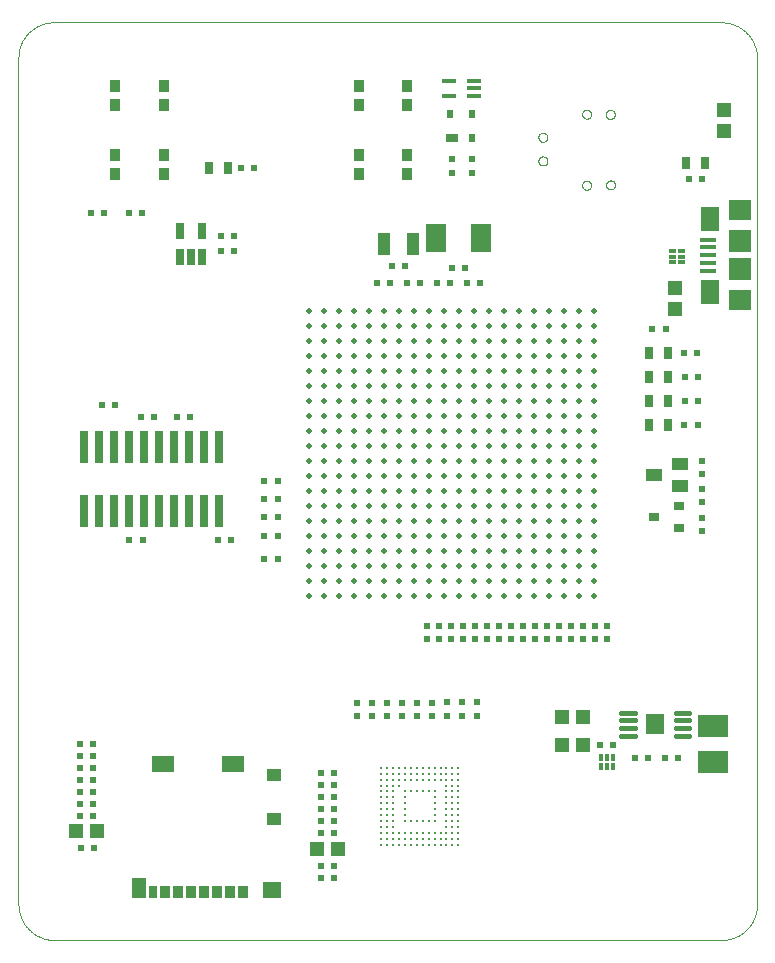
<source format=gtp>
G75*
%MOIN*%
%OFA0B0*%
%FSLAX25Y25*%
%IPPOS*%
%LPD*%
%AMOC8*
5,1,8,0,0,1.08239X$1,22.5*
%
%ADD10C,0.00000*%
%ADD11C,0.01969*%
%ADD12R,0.07480X0.07087*%
%ADD13R,0.07480X0.07480*%
%ADD14R,0.06299X0.08268*%
%ADD15R,0.05315X0.01575*%
%ADD16R,0.05000X0.04500*%
%ADD17R,0.02400X0.02000*%
%ADD18R,0.03543X0.03937*%
%ADD19R,0.03100X0.04000*%
%ADD20R,0.03543X0.03150*%
%ADD21R,0.05512X0.03937*%
%ADD22R,0.02000X0.02400*%
%ADD23R,0.04600X0.01400*%
%ADD24R,0.02362X0.02756*%
%ADD25R,0.03937X0.02756*%
%ADD26R,0.04331X0.07480*%
%ADD27R,0.07040X0.09500*%
%ADD28R,0.02800X0.11000*%
%ADD29C,0.01600*%
%ADD30R,0.06496X0.06693*%
%ADD31C,0.00100*%
%ADD32R,0.04500X0.05000*%
%ADD33R,0.09843X0.07677*%
%ADD34R,0.02953X0.04331*%
%ADD35R,0.03346X0.04331*%
%ADD36R,0.03445X0.04331*%
%ADD37R,0.04724X0.03937*%
%ADD38R,0.07480X0.05315*%
%ADD39R,0.04606X0.07087*%
%ADD40R,0.06102X0.05315*%
%ADD41C,0.00965*%
%ADD42R,0.02756X0.05512*%
D10*
X0082495Y0063233D02*
X0082495Y0345433D01*
X0082498Y0345716D01*
X0082509Y0345998D01*
X0082526Y0346280D01*
X0082550Y0346562D01*
X0082580Y0346843D01*
X0082618Y0347124D01*
X0082662Y0347403D01*
X0082713Y0347681D01*
X0082771Y0347958D01*
X0082835Y0348233D01*
X0082906Y0348507D01*
X0082984Y0348779D01*
X0083068Y0349048D01*
X0083158Y0349316D01*
X0083255Y0349582D01*
X0083359Y0349845D01*
X0083469Y0350106D01*
X0083585Y0350363D01*
X0083707Y0350618D01*
X0083835Y0350870D01*
X0083970Y0351119D01*
X0084110Y0351364D01*
X0084256Y0351606D01*
X0084408Y0351845D01*
X0084566Y0352079D01*
X0084730Y0352310D01*
X0084898Y0352537D01*
X0085073Y0352759D01*
X0085253Y0352978D01*
X0085437Y0353192D01*
X0085627Y0353401D01*
X0085822Y0353606D01*
X0086022Y0353806D01*
X0086227Y0354001D01*
X0086436Y0354191D01*
X0086650Y0354375D01*
X0086869Y0354555D01*
X0087091Y0354730D01*
X0087318Y0354898D01*
X0087549Y0355062D01*
X0087783Y0355220D01*
X0088022Y0355372D01*
X0088264Y0355518D01*
X0088509Y0355658D01*
X0088758Y0355793D01*
X0089010Y0355921D01*
X0089265Y0356043D01*
X0089522Y0356159D01*
X0089783Y0356269D01*
X0090046Y0356373D01*
X0090312Y0356470D01*
X0090580Y0356560D01*
X0090849Y0356644D01*
X0091121Y0356722D01*
X0091395Y0356793D01*
X0091670Y0356857D01*
X0091947Y0356915D01*
X0092225Y0356966D01*
X0092504Y0357010D01*
X0092785Y0357048D01*
X0093066Y0357078D01*
X0093348Y0357102D01*
X0093630Y0357119D01*
X0093912Y0357130D01*
X0094195Y0357133D01*
X0316695Y0357133D01*
X0316985Y0357129D01*
X0317275Y0357119D01*
X0317564Y0357101D01*
X0317853Y0357077D01*
X0318141Y0357046D01*
X0318429Y0357007D01*
X0318715Y0356962D01*
X0319001Y0356909D01*
X0319284Y0356850D01*
X0319567Y0356784D01*
X0319847Y0356712D01*
X0320126Y0356632D01*
X0320403Y0356546D01*
X0320678Y0356453D01*
X0320950Y0356353D01*
X0321220Y0356247D01*
X0321487Y0356135D01*
X0321752Y0356015D01*
X0322013Y0355890D01*
X0322272Y0355758D01*
X0322527Y0355621D01*
X0322779Y0355477D01*
X0323027Y0355327D01*
X0323271Y0355171D01*
X0323512Y0355009D01*
X0323748Y0354841D01*
X0323981Y0354668D01*
X0324209Y0354489D01*
X0324433Y0354305D01*
X0324652Y0354115D01*
X0324867Y0353920D01*
X0325077Y0353720D01*
X0325282Y0353515D01*
X0325482Y0353305D01*
X0325677Y0353090D01*
X0325867Y0352871D01*
X0326051Y0352647D01*
X0326230Y0352419D01*
X0326403Y0352186D01*
X0326571Y0351950D01*
X0326733Y0351709D01*
X0326889Y0351465D01*
X0327039Y0351217D01*
X0327183Y0350965D01*
X0327320Y0350710D01*
X0327452Y0350451D01*
X0327577Y0350190D01*
X0327697Y0349925D01*
X0327809Y0349658D01*
X0327915Y0349388D01*
X0328015Y0349116D01*
X0328108Y0348841D01*
X0328194Y0348564D01*
X0328274Y0348285D01*
X0328346Y0348005D01*
X0328412Y0347722D01*
X0328471Y0347439D01*
X0328524Y0347153D01*
X0328569Y0346867D01*
X0328608Y0346579D01*
X0328639Y0346291D01*
X0328663Y0346002D01*
X0328681Y0345713D01*
X0328691Y0345423D01*
X0328695Y0345133D01*
X0328695Y0063233D01*
X0328691Y0062943D01*
X0328681Y0062653D01*
X0328663Y0062364D01*
X0328639Y0062075D01*
X0328608Y0061787D01*
X0328569Y0061499D01*
X0328524Y0061213D01*
X0328471Y0060927D01*
X0328412Y0060644D01*
X0328346Y0060361D01*
X0328274Y0060081D01*
X0328194Y0059802D01*
X0328108Y0059525D01*
X0328015Y0059250D01*
X0327915Y0058978D01*
X0327809Y0058708D01*
X0327697Y0058441D01*
X0327577Y0058176D01*
X0327452Y0057915D01*
X0327320Y0057656D01*
X0327183Y0057401D01*
X0327039Y0057149D01*
X0326889Y0056901D01*
X0326733Y0056657D01*
X0326571Y0056416D01*
X0326403Y0056180D01*
X0326230Y0055947D01*
X0326051Y0055719D01*
X0325867Y0055495D01*
X0325677Y0055276D01*
X0325482Y0055061D01*
X0325282Y0054851D01*
X0325077Y0054646D01*
X0324867Y0054446D01*
X0324652Y0054251D01*
X0324433Y0054061D01*
X0324209Y0053877D01*
X0323981Y0053698D01*
X0323748Y0053525D01*
X0323512Y0053357D01*
X0323271Y0053195D01*
X0323027Y0053039D01*
X0322779Y0052889D01*
X0322527Y0052745D01*
X0322272Y0052608D01*
X0322013Y0052476D01*
X0321752Y0052351D01*
X0321487Y0052231D01*
X0321220Y0052119D01*
X0320950Y0052013D01*
X0320678Y0051913D01*
X0320403Y0051820D01*
X0320126Y0051734D01*
X0319847Y0051654D01*
X0319567Y0051582D01*
X0319284Y0051516D01*
X0319001Y0051457D01*
X0318715Y0051404D01*
X0318429Y0051359D01*
X0318141Y0051320D01*
X0317853Y0051289D01*
X0317564Y0051265D01*
X0317275Y0051247D01*
X0316985Y0051237D01*
X0316695Y0051233D01*
X0094495Y0051233D01*
X0094205Y0051237D01*
X0093915Y0051247D01*
X0093626Y0051265D01*
X0093337Y0051289D01*
X0093049Y0051320D01*
X0092761Y0051359D01*
X0092475Y0051404D01*
X0092189Y0051457D01*
X0091906Y0051516D01*
X0091623Y0051582D01*
X0091343Y0051654D01*
X0091064Y0051734D01*
X0090787Y0051820D01*
X0090512Y0051913D01*
X0090240Y0052013D01*
X0089970Y0052119D01*
X0089703Y0052231D01*
X0089438Y0052351D01*
X0089177Y0052476D01*
X0088918Y0052608D01*
X0088663Y0052745D01*
X0088411Y0052889D01*
X0088163Y0053039D01*
X0087919Y0053195D01*
X0087678Y0053357D01*
X0087442Y0053525D01*
X0087209Y0053698D01*
X0086981Y0053877D01*
X0086757Y0054061D01*
X0086538Y0054251D01*
X0086323Y0054446D01*
X0086113Y0054646D01*
X0085908Y0054851D01*
X0085708Y0055061D01*
X0085513Y0055276D01*
X0085323Y0055495D01*
X0085139Y0055719D01*
X0084960Y0055947D01*
X0084787Y0056180D01*
X0084619Y0056416D01*
X0084457Y0056657D01*
X0084301Y0056901D01*
X0084151Y0057149D01*
X0084007Y0057401D01*
X0083870Y0057656D01*
X0083738Y0057915D01*
X0083613Y0058176D01*
X0083493Y0058441D01*
X0083381Y0058708D01*
X0083275Y0058978D01*
X0083175Y0059250D01*
X0083082Y0059525D01*
X0082996Y0059802D01*
X0082916Y0060081D01*
X0082844Y0060361D01*
X0082778Y0060644D01*
X0082719Y0060927D01*
X0082666Y0061213D01*
X0082621Y0061499D01*
X0082582Y0061787D01*
X0082551Y0062075D01*
X0082527Y0062364D01*
X0082509Y0062653D01*
X0082499Y0062943D01*
X0082495Y0063233D01*
X0270395Y0302833D02*
X0270397Y0302910D01*
X0270403Y0302987D01*
X0270413Y0303064D01*
X0270427Y0303140D01*
X0270444Y0303215D01*
X0270466Y0303289D01*
X0270491Y0303362D01*
X0270521Y0303434D01*
X0270553Y0303504D01*
X0270590Y0303572D01*
X0270629Y0303638D01*
X0270672Y0303702D01*
X0270719Y0303764D01*
X0270768Y0303823D01*
X0270821Y0303880D01*
X0270876Y0303934D01*
X0270934Y0303985D01*
X0270995Y0304033D01*
X0271058Y0304078D01*
X0271123Y0304119D01*
X0271190Y0304157D01*
X0271259Y0304192D01*
X0271330Y0304222D01*
X0271402Y0304250D01*
X0271476Y0304273D01*
X0271550Y0304293D01*
X0271626Y0304309D01*
X0271702Y0304321D01*
X0271779Y0304329D01*
X0271856Y0304333D01*
X0271934Y0304333D01*
X0272011Y0304329D01*
X0272088Y0304321D01*
X0272164Y0304309D01*
X0272240Y0304293D01*
X0272314Y0304273D01*
X0272388Y0304250D01*
X0272460Y0304222D01*
X0272531Y0304192D01*
X0272600Y0304157D01*
X0272667Y0304119D01*
X0272732Y0304078D01*
X0272795Y0304033D01*
X0272856Y0303985D01*
X0272914Y0303934D01*
X0272969Y0303880D01*
X0273022Y0303823D01*
X0273071Y0303764D01*
X0273118Y0303702D01*
X0273161Y0303638D01*
X0273200Y0303572D01*
X0273237Y0303504D01*
X0273269Y0303434D01*
X0273299Y0303362D01*
X0273324Y0303289D01*
X0273346Y0303215D01*
X0273363Y0303140D01*
X0273377Y0303064D01*
X0273387Y0302987D01*
X0273393Y0302910D01*
X0273395Y0302833D01*
X0273393Y0302756D01*
X0273387Y0302679D01*
X0273377Y0302602D01*
X0273363Y0302526D01*
X0273346Y0302451D01*
X0273324Y0302377D01*
X0273299Y0302304D01*
X0273269Y0302232D01*
X0273237Y0302162D01*
X0273200Y0302094D01*
X0273161Y0302028D01*
X0273118Y0301964D01*
X0273071Y0301902D01*
X0273022Y0301843D01*
X0272969Y0301786D01*
X0272914Y0301732D01*
X0272856Y0301681D01*
X0272795Y0301633D01*
X0272732Y0301588D01*
X0272667Y0301547D01*
X0272600Y0301509D01*
X0272531Y0301474D01*
X0272460Y0301444D01*
X0272388Y0301416D01*
X0272314Y0301393D01*
X0272240Y0301373D01*
X0272164Y0301357D01*
X0272088Y0301345D01*
X0272011Y0301337D01*
X0271934Y0301333D01*
X0271856Y0301333D01*
X0271779Y0301337D01*
X0271702Y0301345D01*
X0271626Y0301357D01*
X0271550Y0301373D01*
X0271476Y0301393D01*
X0271402Y0301416D01*
X0271330Y0301444D01*
X0271259Y0301474D01*
X0271190Y0301509D01*
X0271123Y0301547D01*
X0271058Y0301588D01*
X0270995Y0301633D01*
X0270934Y0301681D01*
X0270876Y0301732D01*
X0270821Y0301786D01*
X0270768Y0301843D01*
X0270719Y0301902D01*
X0270672Y0301964D01*
X0270629Y0302028D01*
X0270590Y0302094D01*
X0270553Y0302162D01*
X0270521Y0302232D01*
X0270491Y0302304D01*
X0270466Y0302377D01*
X0270444Y0302451D01*
X0270427Y0302526D01*
X0270413Y0302602D01*
X0270403Y0302679D01*
X0270397Y0302756D01*
X0270395Y0302833D01*
X0278395Y0302933D02*
X0278397Y0303010D01*
X0278403Y0303087D01*
X0278413Y0303164D01*
X0278427Y0303240D01*
X0278444Y0303315D01*
X0278466Y0303389D01*
X0278491Y0303462D01*
X0278521Y0303534D01*
X0278553Y0303604D01*
X0278590Y0303672D01*
X0278629Y0303738D01*
X0278672Y0303802D01*
X0278719Y0303864D01*
X0278768Y0303923D01*
X0278821Y0303980D01*
X0278876Y0304034D01*
X0278934Y0304085D01*
X0278995Y0304133D01*
X0279058Y0304178D01*
X0279123Y0304219D01*
X0279190Y0304257D01*
X0279259Y0304292D01*
X0279330Y0304322D01*
X0279402Y0304350D01*
X0279476Y0304373D01*
X0279550Y0304393D01*
X0279626Y0304409D01*
X0279702Y0304421D01*
X0279779Y0304429D01*
X0279856Y0304433D01*
X0279934Y0304433D01*
X0280011Y0304429D01*
X0280088Y0304421D01*
X0280164Y0304409D01*
X0280240Y0304393D01*
X0280314Y0304373D01*
X0280388Y0304350D01*
X0280460Y0304322D01*
X0280531Y0304292D01*
X0280600Y0304257D01*
X0280667Y0304219D01*
X0280732Y0304178D01*
X0280795Y0304133D01*
X0280856Y0304085D01*
X0280914Y0304034D01*
X0280969Y0303980D01*
X0281022Y0303923D01*
X0281071Y0303864D01*
X0281118Y0303802D01*
X0281161Y0303738D01*
X0281200Y0303672D01*
X0281237Y0303604D01*
X0281269Y0303534D01*
X0281299Y0303462D01*
X0281324Y0303389D01*
X0281346Y0303315D01*
X0281363Y0303240D01*
X0281377Y0303164D01*
X0281387Y0303087D01*
X0281393Y0303010D01*
X0281395Y0302933D01*
X0281393Y0302856D01*
X0281387Y0302779D01*
X0281377Y0302702D01*
X0281363Y0302626D01*
X0281346Y0302551D01*
X0281324Y0302477D01*
X0281299Y0302404D01*
X0281269Y0302332D01*
X0281237Y0302262D01*
X0281200Y0302194D01*
X0281161Y0302128D01*
X0281118Y0302064D01*
X0281071Y0302002D01*
X0281022Y0301943D01*
X0280969Y0301886D01*
X0280914Y0301832D01*
X0280856Y0301781D01*
X0280795Y0301733D01*
X0280732Y0301688D01*
X0280667Y0301647D01*
X0280600Y0301609D01*
X0280531Y0301574D01*
X0280460Y0301544D01*
X0280388Y0301516D01*
X0280314Y0301493D01*
X0280240Y0301473D01*
X0280164Y0301457D01*
X0280088Y0301445D01*
X0280011Y0301437D01*
X0279934Y0301433D01*
X0279856Y0301433D01*
X0279779Y0301437D01*
X0279702Y0301445D01*
X0279626Y0301457D01*
X0279550Y0301473D01*
X0279476Y0301493D01*
X0279402Y0301516D01*
X0279330Y0301544D01*
X0279259Y0301574D01*
X0279190Y0301609D01*
X0279123Y0301647D01*
X0279058Y0301688D01*
X0278995Y0301733D01*
X0278934Y0301781D01*
X0278876Y0301832D01*
X0278821Y0301886D01*
X0278768Y0301943D01*
X0278719Y0302002D01*
X0278672Y0302064D01*
X0278629Y0302128D01*
X0278590Y0302194D01*
X0278553Y0302262D01*
X0278521Y0302332D01*
X0278491Y0302404D01*
X0278466Y0302477D01*
X0278444Y0302551D01*
X0278427Y0302626D01*
X0278413Y0302702D01*
X0278403Y0302779D01*
X0278397Y0302856D01*
X0278395Y0302933D01*
X0255795Y0310933D02*
X0255797Y0311010D01*
X0255803Y0311087D01*
X0255813Y0311164D01*
X0255827Y0311240D01*
X0255844Y0311315D01*
X0255866Y0311389D01*
X0255891Y0311462D01*
X0255921Y0311534D01*
X0255953Y0311604D01*
X0255990Y0311672D01*
X0256029Y0311738D01*
X0256072Y0311802D01*
X0256119Y0311864D01*
X0256168Y0311923D01*
X0256221Y0311980D01*
X0256276Y0312034D01*
X0256334Y0312085D01*
X0256395Y0312133D01*
X0256458Y0312178D01*
X0256523Y0312219D01*
X0256590Y0312257D01*
X0256659Y0312292D01*
X0256730Y0312322D01*
X0256802Y0312350D01*
X0256876Y0312373D01*
X0256950Y0312393D01*
X0257026Y0312409D01*
X0257102Y0312421D01*
X0257179Y0312429D01*
X0257256Y0312433D01*
X0257334Y0312433D01*
X0257411Y0312429D01*
X0257488Y0312421D01*
X0257564Y0312409D01*
X0257640Y0312393D01*
X0257714Y0312373D01*
X0257788Y0312350D01*
X0257860Y0312322D01*
X0257931Y0312292D01*
X0258000Y0312257D01*
X0258067Y0312219D01*
X0258132Y0312178D01*
X0258195Y0312133D01*
X0258256Y0312085D01*
X0258314Y0312034D01*
X0258369Y0311980D01*
X0258422Y0311923D01*
X0258471Y0311864D01*
X0258518Y0311802D01*
X0258561Y0311738D01*
X0258600Y0311672D01*
X0258637Y0311604D01*
X0258669Y0311534D01*
X0258699Y0311462D01*
X0258724Y0311389D01*
X0258746Y0311315D01*
X0258763Y0311240D01*
X0258777Y0311164D01*
X0258787Y0311087D01*
X0258793Y0311010D01*
X0258795Y0310933D01*
X0258793Y0310856D01*
X0258787Y0310779D01*
X0258777Y0310702D01*
X0258763Y0310626D01*
X0258746Y0310551D01*
X0258724Y0310477D01*
X0258699Y0310404D01*
X0258669Y0310332D01*
X0258637Y0310262D01*
X0258600Y0310194D01*
X0258561Y0310128D01*
X0258518Y0310064D01*
X0258471Y0310002D01*
X0258422Y0309943D01*
X0258369Y0309886D01*
X0258314Y0309832D01*
X0258256Y0309781D01*
X0258195Y0309733D01*
X0258132Y0309688D01*
X0258067Y0309647D01*
X0258000Y0309609D01*
X0257931Y0309574D01*
X0257860Y0309544D01*
X0257788Y0309516D01*
X0257714Y0309493D01*
X0257640Y0309473D01*
X0257564Y0309457D01*
X0257488Y0309445D01*
X0257411Y0309437D01*
X0257334Y0309433D01*
X0257256Y0309433D01*
X0257179Y0309437D01*
X0257102Y0309445D01*
X0257026Y0309457D01*
X0256950Y0309473D01*
X0256876Y0309493D01*
X0256802Y0309516D01*
X0256730Y0309544D01*
X0256659Y0309574D01*
X0256590Y0309609D01*
X0256523Y0309647D01*
X0256458Y0309688D01*
X0256395Y0309733D01*
X0256334Y0309781D01*
X0256276Y0309832D01*
X0256221Y0309886D01*
X0256168Y0309943D01*
X0256119Y0310002D01*
X0256072Y0310064D01*
X0256029Y0310128D01*
X0255990Y0310194D01*
X0255953Y0310262D01*
X0255921Y0310332D01*
X0255891Y0310404D01*
X0255866Y0310477D01*
X0255844Y0310551D01*
X0255827Y0310626D01*
X0255813Y0310702D01*
X0255803Y0310779D01*
X0255797Y0310856D01*
X0255795Y0310933D01*
X0255795Y0318833D02*
X0255797Y0318910D01*
X0255803Y0318987D01*
X0255813Y0319064D01*
X0255827Y0319140D01*
X0255844Y0319215D01*
X0255866Y0319289D01*
X0255891Y0319362D01*
X0255921Y0319434D01*
X0255953Y0319504D01*
X0255990Y0319572D01*
X0256029Y0319638D01*
X0256072Y0319702D01*
X0256119Y0319764D01*
X0256168Y0319823D01*
X0256221Y0319880D01*
X0256276Y0319934D01*
X0256334Y0319985D01*
X0256395Y0320033D01*
X0256458Y0320078D01*
X0256523Y0320119D01*
X0256590Y0320157D01*
X0256659Y0320192D01*
X0256730Y0320222D01*
X0256802Y0320250D01*
X0256876Y0320273D01*
X0256950Y0320293D01*
X0257026Y0320309D01*
X0257102Y0320321D01*
X0257179Y0320329D01*
X0257256Y0320333D01*
X0257334Y0320333D01*
X0257411Y0320329D01*
X0257488Y0320321D01*
X0257564Y0320309D01*
X0257640Y0320293D01*
X0257714Y0320273D01*
X0257788Y0320250D01*
X0257860Y0320222D01*
X0257931Y0320192D01*
X0258000Y0320157D01*
X0258067Y0320119D01*
X0258132Y0320078D01*
X0258195Y0320033D01*
X0258256Y0319985D01*
X0258314Y0319934D01*
X0258369Y0319880D01*
X0258422Y0319823D01*
X0258471Y0319764D01*
X0258518Y0319702D01*
X0258561Y0319638D01*
X0258600Y0319572D01*
X0258637Y0319504D01*
X0258669Y0319434D01*
X0258699Y0319362D01*
X0258724Y0319289D01*
X0258746Y0319215D01*
X0258763Y0319140D01*
X0258777Y0319064D01*
X0258787Y0318987D01*
X0258793Y0318910D01*
X0258795Y0318833D01*
X0258793Y0318756D01*
X0258787Y0318679D01*
X0258777Y0318602D01*
X0258763Y0318526D01*
X0258746Y0318451D01*
X0258724Y0318377D01*
X0258699Y0318304D01*
X0258669Y0318232D01*
X0258637Y0318162D01*
X0258600Y0318094D01*
X0258561Y0318028D01*
X0258518Y0317964D01*
X0258471Y0317902D01*
X0258422Y0317843D01*
X0258369Y0317786D01*
X0258314Y0317732D01*
X0258256Y0317681D01*
X0258195Y0317633D01*
X0258132Y0317588D01*
X0258067Y0317547D01*
X0258000Y0317509D01*
X0257931Y0317474D01*
X0257860Y0317444D01*
X0257788Y0317416D01*
X0257714Y0317393D01*
X0257640Y0317373D01*
X0257564Y0317357D01*
X0257488Y0317345D01*
X0257411Y0317337D01*
X0257334Y0317333D01*
X0257256Y0317333D01*
X0257179Y0317337D01*
X0257102Y0317345D01*
X0257026Y0317357D01*
X0256950Y0317373D01*
X0256876Y0317393D01*
X0256802Y0317416D01*
X0256730Y0317444D01*
X0256659Y0317474D01*
X0256590Y0317509D01*
X0256523Y0317547D01*
X0256458Y0317588D01*
X0256395Y0317633D01*
X0256334Y0317681D01*
X0256276Y0317732D01*
X0256221Y0317786D01*
X0256168Y0317843D01*
X0256119Y0317902D01*
X0256072Y0317964D01*
X0256029Y0318028D01*
X0255990Y0318094D01*
X0255953Y0318162D01*
X0255921Y0318232D01*
X0255891Y0318304D01*
X0255866Y0318377D01*
X0255844Y0318451D01*
X0255827Y0318526D01*
X0255813Y0318602D01*
X0255803Y0318679D01*
X0255797Y0318756D01*
X0255795Y0318833D01*
X0270395Y0326533D02*
X0270397Y0326610D01*
X0270403Y0326687D01*
X0270413Y0326764D01*
X0270427Y0326840D01*
X0270444Y0326915D01*
X0270466Y0326989D01*
X0270491Y0327062D01*
X0270521Y0327134D01*
X0270553Y0327204D01*
X0270590Y0327272D01*
X0270629Y0327338D01*
X0270672Y0327402D01*
X0270719Y0327464D01*
X0270768Y0327523D01*
X0270821Y0327580D01*
X0270876Y0327634D01*
X0270934Y0327685D01*
X0270995Y0327733D01*
X0271058Y0327778D01*
X0271123Y0327819D01*
X0271190Y0327857D01*
X0271259Y0327892D01*
X0271330Y0327922D01*
X0271402Y0327950D01*
X0271476Y0327973D01*
X0271550Y0327993D01*
X0271626Y0328009D01*
X0271702Y0328021D01*
X0271779Y0328029D01*
X0271856Y0328033D01*
X0271934Y0328033D01*
X0272011Y0328029D01*
X0272088Y0328021D01*
X0272164Y0328009D01*
X0272240Y0327993D01*
X0272314Y0327973D01*
X0272388Y0327950D01*
X0272460Y0327922D01*
X0272531Y0327892D01*
X0272600Y0327857D01*
X0272667Y0327819D01*
X0272732Y0327778D01*
X0272795Y0327733D01*
X0272856Y0327685D01*
X0272914Y0327634D01*
X0272969Y0327580D01*
X0273022Y0327523D01*
X0273071Y0327464D01*
X0273118Y0327402D01*
X0273161Y0327338D01*
X0273200Y0327272D01*
X0273237Y0327204D01*
X0273269Y0327134D01*
X0273299Y0327062D01*
X0273324Y0326989D01*
X0273346Y0326915D01*
X0273363Y0326840D01*
X0273377Y0326764D01*
X0273387Y0326687D01*
X0273393Y0326610D01*
X0273395Y0326533D01*
X0273393Y0326456D01*
X0273387Y0326379D01*
X0273377Y0326302D01*
X0273363Y0326226D01*
X0273346Y0326151D01*
X0273324Y0326077D01*
X0273299Y0326004D01*
X0273269Y0325932D01*
X0273237Y0325862D01*
X0273200Y0325794D01*
X0273161Y0325728D01*
X0273118Y0325664D01*
X0273071Y0325602D01*
X0273022Y0325543D01*
X0272969Y0325486D01*
X0272914Y0325432D01*
X0272856Y0325381D01*
X0272795Y0325333D01*
X0272732Y0325288D01*
X0272667Y0325247D01*
X0272600Y0325209D01*
X0272531Y0325174D01*
X0272460Y0325144D01*
X0272388Y0325116D01*
X0272314Y0325093D01*
X0272240Y0325073D01*
X0272164Y0325057D01*
X0272088Y0325045D01*
X0272011Y0325037D01*
X0271934Y0325033D01*
X0271856Y0325033D01*
X0271779Y0325037D01*
X0271702Y0325045D01*
X0271626Y0325057D01*
X0271550Y0325073D01*
X0271476Y0325093D01*
X0271402Y0325116D01*
X0271330Y0325144D01*
X0271259Y0325174D01*
X0271190Y0325209D01*
X0271123Y0325247D01*
X0271058Y0325288D01*
X0270995Y0325333D01*
X0270934Y0325381D01*
X0270876Y0325432D01*
X0270821Y0325486D01*
X0270768Y0325543D01*
X0270719Y0325602D01*
X0270672Y0325664D01*
X0270629Y0325728D01*
X0270590Y0325794D01*
X0270553Y0325862D01*
X0270521Y0325932D01*
X0270491Y0326004D01*
X0270466Y0326077D01*
X0270444Y0326151D01*
X0270427Y0326226D01*
X0270413Y0326302D01*
X0270403Y0326379D01*
X0270397Y0326456D01*
X0270395Y0326533D01*
X0278295Y0326433D02*
X0278297Y0326510D01*
X0278303Y0326587D01*
X0278313Y0326664D01*
X0278327Y0326740D01*
X0278344Y0326815D01*
X0278366Y0326889D01*
X0278391Y0326962D01*
X0278421Y0327034D01*
X0278453Y0327104D01*
X0278490Y0327172D01*
X0278529Y0327238D01*
X0278572Y0327302D01*
X0278619Y0327364D01*
X0278668Y0327423D01*
X0278721Y0327480D01*
X0278776Y0327534D01*
X0278834Y0327585D01*
X0278895Y0327633D01*
X0278958Y0327678D01*
X0279023Y0327719D01*
X0279090Y0327757D01*
X0279159Y0327792D01*
X0279230Y0327822D01*
X0279302Y0327850D01*
X0279376Y0327873D01*
X0279450Y0327893D01*
X0279526Y0327909D01*
X0279602Y0327921D01*
X0279679Y0327929D01*
X0279756Y0327933D01*
X0279834Y0327933D01*
X0279911Y0327929D01*
X0279988Y0327921D01*
X0280064Y0327909D01*
X0280140Y0327893D01*
X0280214Y0327873D01*
X0280288Y0327850D01*
X0280360Y0327822D01*
X0280431Y0327792D01*
X0280500Y0327757D01*
X0280567Y0327719D01*
X0280632Y0327678D01*
X0280695Y0327633D01*
X0280756Y0327585D01*
X0280814Y0327534D01*
X0280869Y0327480D01*
X0280922Y0327423D01*
X0280971Y0327364D01*
X0281018Y0327302D01*
X0281061Y0327238D01*
X0281100Y0327172D01*
X0281137Y0327104D01*
X0281169Y0327034D01*
X0281199Y0326962D01*
X0281224Y0326889D01*
X0281246Y0326815D01*
X0281263Y0326740D01*
X0281277Y0326664D01*
X0281287Y0326587D01*
X0281293Y0326510D01*
X0281295Y0326433D01*
X0281293Y0326356D01*
X0281287Y0326279D01*
X0281277Y0326202D01*
X0281263Y0326126D01*
X0281246Y0326051D01*
X0281224Y0325977D01*
X0281199Y0325904D01*
X0281169Y0325832D01*
X0281137Y0325762D01*
X0281100Y0325694D01*
X0281061Y0325628D01*
X0281018Y0325564D01*
X0280971Y0325502D01*
X0280922Y0325443D01*
X0280869Y0325386D01*
X0280814Y0325332D01*
X0280756Y0325281D01*
X0280695Y0325233D01*
X0280632Y0325188D01*
X0280567Y0325147D01*
X0280500Y0325109D01*
X0280431Y0325074D01*
X0280360Y0325044D01*
X0280288Y0325016D01*
X0280214Y0324993D01*
X0280140Y0324973D01*
X0280064Y0324957D01*
X0279988Y0324945D01*
X0279911Y0324937D01*
X0279834Y0324933D01*
X0279756Y0324933D01*
X0279679Y0324937D01*
X0279602Y0324945D01*
X0279526Y0324957D01*
X0279450Y0324973D01*
X0279376Y0324993D01*
X0279302Y0325016D01*
X0279230Y0325044D01*
X0279159Y0325074D01*
X0279090Y0325109D01*
X0279023Y0325147D01*
X0278958Y0325188D01*
X0278895Y0325233D01*
X0278834Y0325281D01*
X0278776Y0325332D01*
X0278721Y0325386D01*
X0278668Y0325443D01*
X0278619Y0325502D01*
X0278572Y0325564D01*
X0278529Y0325628D01*
X0278490Y0325694D01*
X0278453Y0325762D01*
X0278421Y0325832D01*
X0278391Y0325904D01*
X0278366Y0325977D01*
X0278344Y0326051D01*
X0278327Y0326126D01*
X0278313Y0326202D01*
X0278303Y0326279D01*
X0278297Y0326356D01*
X0278295Y0326433D01*
D11*
X0274195Y0260833D03*
X0269195Y0260833D03*
X0264195Y0260833D03*
X0259195Y0260833D03*
X0254195Y0260833D03*
X0249195Y0260833D03*
X0244195Y0260833D03*
X0239195Y0260833D03*
X0234195Y0260833D03*
X0229195Y0260833D03*
X0224195Y0260833D03*
X0219195Y0260833D03*
X0214195Y0260833D03*
X0209195Y0260833D03*
X0204195Y0260833D03*
X0199195Y0260833D03*
X0194195Y0260833D03*
X0189195Y0260833D03*
X0184195Y0260833D03*
X0179195Y0260833D03*
X0179195Y0255833D03*
X0179195Y0250833D03*
X0179195Y0245833D03*
X0184195Y0245833D03*
X0184195Y0250833D03*
X0184195Y0255833D03*
X0189195Y0255833D03*
X0189195Y0250833D03*
X0189195Y0245833D03*
X0194195Y0245833D03*
X0194195Y0250833D03*
X0194195Y0255833D03*
X0199195Y0255833D03*
X0199195Y0250833D03*
X0199195Y0245833D03*
X0199195Y0240833D03*
X0194195Y0240833D03*
X0189195Y0240833D03*
X0189195Y0235833D03*
X0189195Y0230833D03*
X0194195Y0230833D03*
X0194195Y0235833D03*
X0199195Y0235833D03*
X0199195Y0230833D03*
X0199195Y0225833D03*
X0194195Y0225833D03*
X0189195Y0225833D03*
X0189195Y0220833D03*
X0189195Y0215833D03*
X0194195Y0215833D03*
X0194195Y0220833D03*
X0199195Y0220833D03*
X0199195Y0215833D03*
X0199195Y0210833D03*
X0194195Y0210833D03*
X0189195Y0210833D03*
X0189195Y0205833D03*
X0189195Y0200833D03*
X0194195Y0200833D03*
X0194195Y0205833D03*
X0199195Y0205833D03*
X0199195Y0200833D03*
X0199195Y0195833D03*
X0194195Y0195833D03*
X0189195Y0195833D03*
X0189195Y0190833D03*
X0189195Y0185833D03*
X0194195Y0185833D03*
X0194195Y0190833D03*
X0199195Y0190833D03*
X0199195Y0185833D03*
X0199195Y0180833D03*
X0194195Y0180833D03*
X0189195Y0180833D03*
X0189195Y0175833D03*
X0189195Y0170833D03*
X0194195Y0170833D03*
X0194195Y0175833D03*
X0199195Y0175833D03*
X0199195Y0170833D03*
X0199195Y0165833D03*
X0194195Y0165833D03*
X0189195Y0165833D03*
X0184195Y0165833D03*
X0179195Y0165833D03*
X0179195Y0170833D03*
X0179195Y0175833D03*
X0179195Y0180833D03*
X0184195Y0180833D03*
X0184195Y0175833D03*
X0184195Y0170833D03*
X0184195Y0185833D03*
X0179195Y0185833D03*
X0179195Y0190833D03*
X0179195Y0195833D03*
X0184195Y0195833D03*
X0184195Y0190833D03*
X0184195Y0200833D03*
X0179195Y0200833D03*
X0179195Y0205833D03*
X0179195Y0210833D03*
X0184195Y0210833D03*
X0184195Y0205833D03*
X0184195Y0215833D03*
X0179195Y0215833D03*
X0179195Y0220833D03*
X0179195Y0225833D03*
X0184195Y0225833D03*
X0184195Y0220833D03*
X0184195Y0230833D03*
X0179195Y0230833D03*
X0179195Y0235833D03*
X0179195Y0240833D03*
X0184195Y0240833D03*
X0184195Y0235833D03*
X0204195Y0235833D03*
X0204195Y0230833D03*
X0209195Y0230833D03*
X0209195Y0235833D03*
X0209195Y0240833D03*
X0204195Y0240833D03*
X0204195Y0245833D03*
X0204195Y0250833D03*
X0204195Y0255833D03*
X0209195Y0255833D03*
X0209195Y0250833D03*
X0209195Y0245833D03*
X0214195Y0245833D03*
X0214195Y0250833D03*
X0214195Y0255833D03*
X0219195Y0255833D03*
X0219195Y0250833D03*
X0219195Y0245833D03*
X0219195Y0240833D03*
X0214195Y0240833D03*
X0214195Y0235833D03*
X0214195Y0230833D03*
X0219195Y0230833D03*
X0219195Y0235833D03*
X0224195Y0235833D03*
X0224195Y0230833D03*
X0229195Y0230833D03*
X0229195Y0235833D03*
X0229195Y0240833D03*
X0224195Y0240833D03*
X0224195Y0245833D03*
X0224195Y0250833D03*
X0224195Y0255833D03*
X0229195Y0255833D03*
X0229195Y0250833D03*
X0229195Y0245833D03*
X0234195Y0245833D03*
X0234195Y0250833D03*
X0234195Y0255833D03*
X0239195Y0255833D03*
X0239195Y0250833D03*
X0239195Y0245833D03*
X0244195Y0245833D03*
X0244195Y0250833D03*
X0244195Y0255833D03*
X0249195Y0255833D03*
X0249195Y0250833D03*
X0249195Y0245833D03*
X0254195Y0245833D03*
X0254195Y0250833D03*
X0254195Y0255833D03*
X0259195Y0255833D03*
X0259195Y0250833D03*
X0259195Y0245833D03*
X0259195Y0240833D03*
X0254195Y0240833D03*
X0249195Y0240833D03*
X0249195Y0235833D03*
X0249195Y0230833D03*
X0254195Y0230833D03*
X0254195Y0235833D03*
X0259195Y0235833D03*
X0259195Y0230833D03*
X0259195Y0225833D03*
X0254195Y0225833D03*
X0249195Y0225833D03*
X0249195Y0220833D03*
X0249195Y0215833D03*
X0254195Y0215833D03*
X0254195Y0220833D03*
X0259195Y0220833D03*
X0259195Y0215833D03*
X0259195Y0210833D03*
X0254195Y0210833D03*
X0249195Y0210833D03*
X0249195Y0205833D03*
X0249195Y0200833D03*
X0254195Y0200833D03*
X0254195Y0205833D03*
X0259195Y0205833D03*
X0259195Y0200833D03*
X0259195Y0195833D03*
X0254195Y0195833D03*
X0249195Y0195833D03*
X0249195Y0190833D03*
X0249195Y0185833D03*
X0254195Y0185833D03*
X0254195Y0190833D03*
X0259195Y0190833D03*
X0259195Y0185833D03*
X0259195Y0180833D03*
X0254195Y0180833D03*
X0249195Y0180833D03*
X0249195Y0175833D03*
X0249195Y0170833D03*
X0254195Y0170833D03*
X0254195Y0175833D03*
X0259195Y0175833D03*
X0259195Y0170833D03*
X0259195Y0165833D03*
X0254195Y0165833D03*
X0249195Y0165833D03*
X0244195Y0165833D03*
X0239195Y0165833D03*
X0234195Y0165833D03*
X0229195Y0165833D03*
X0224195Y0165833D03*
X0219195Y0165833D03*
X0214195Y0165833D03*
X0209195Y0165833D03*
X0204195Y0165833D03*
X0204195Y0170833D03*
X0204195Y0175833D03*
X0204195Y0180833D03*
X0209195Y0180833D03*
X0209195Y0175833D03*
X0209195Y0170833D03*
X0214195Y0170833D03*
X0214195Y0175833D03*
X0214195Y0180833D03*
X0219195Y0180833D03*
X0219195Y0175833D03*
X0219195Y0170833D03*
X0224195Y0170833D03*
X0224195Y0175833D03*
X0224195Y0180833D03*
X0229195Y0180833D03*
X0229195Y0175833D03*
X0229195Y0170833D03*
X0234195Y0170833D03*
X0234195Y0175833D03*
X0234195Y0180833D03*
X0234195Y0185833D03*
X0229195Y0185833D03*
X0224195Y0185833D03*
X0224195Y0190833D03*
X0224195Y0195833D03*
X0229195Y0195833D03*
X0229195Y0190833D03*
X0234195Y0190833D03*
X0234195Y0195833D03*
X0234195Y0200833D03*
X0229195Y0200833D03*
X0224195Y0200833D03*
X0224195Y0205833D03*
X0224195Y0210833D03*
X0229195Y0210833D03*
X0229195Y0205833D03*
X0234195Y0205833D03*
X0234195Y0210833D03*
X0234195Y0215833D03*
X0229195Y0215833D03*
X0224195Y0215833D03*
X0224195Y0220833D03*
X0224195Y0225833D03*
X0229195Y0225833D03*
X0229195Y0220833D03*
X0234195Y0220833D03*
X0234195Y0225833D03*
X0234195Y0230833D03*
X0234195Y0235833D03*
X0234195Y0240833D03*
X0239195Y0240833D03*
X0239195Y0235833D03*
X0239195Y0230833D03*
X0244195Y0230833D03*
X0244195Y0235833D03*
X0244195Y0240833D03*
X0244195Y0225833D03*
X0239195Y0225833D03*
X0239195Y0220833D03*
X0239195Y0215833D03*
X0244195Y0215833D03*
X0244195Y0220833D03*
X0244195Y0210833D03*
X0239195Y0210833D03*
X0239195Y0205833D03*
X0239195Y0200833D03*
X0244195Y0200833D03*
X0244195Y0205833D03*
X0244195Y0195833D03*
X0239195Y0195833D03*
X0239195Y0190833D03*
X0239195Y0185833D03*
X0244195Y0185833D03*
X0244195Y0190833D03*
X0244195Y0180833D03*
X0239195Y0180833D03*
X0239195Y0175833D03*
X0239195Y0170833D03*
X0244195Y0170833D03*
X0244195Y0175833D03*
X0264195Y0175833D03*
X0264195Y0170833D03*
X0269195Y0170833D03*
X0269195Y0175833D03*
X0269195Y0180833D03*
X0264195Y0180833D03*
X0264195Y0185833D03*
X0264195Y0190833D03*
X0264195Y0195833D03*
X0269195Y0195833D03*
X0269195Y0190833D03*
X0269195Y0185833D03*
X0274195Y0185833D03*
X0274195Y0190833D03*
X0274195Y0195833D03*
X0274195Y0200833D03*
X0274195Y0205833D03*
X0274195Y0210833D03*
X0269195Y0210833D03*
X0264195Y0210833D03*
X0264195Y0205833D03*
X0264195Y0200833D03*
X0269195Y0200833D03*
X0269195Y0205833D03*
X0269195Y0215833D03*
X0264195Y0215833D03*
X0264195Y0220833D03*
X0264195Y0225833D03*
X0269195Y0225833D03*
X0269195Y0220833D03*
X0274195Y0220833D03*
X0274195Y0215833D03*
X0274195Y0225833D03*
X0274195Y0230833D03*
X0274195Y0235833D03*
X0274195Y0240833D03*
X0269195Y0240833D03*
X0264195Y0240833D03*
X0264195Y0235833D03*
X0264195Y0230833D03*
X0269195Y0230833D03*
X0269195Y0235833D03*
X0269195Y0245833D03*
X0264195Y0245833D03*
X0264195Y0250833D03*
X0264195Y0255833D03*
X0269195Y0255833D03*
X0269195Y0250833D03*
X0274195Y0250833D03*
X0274195Y0245833D03*
X0274195Y0255833D03*
X0219195Y0225833D03*
X0214195Y0225833D03*
X0214195Y0220833D03*
X0214195Y0215833D03*
X0219195Y0215833D03*
X0219195Y0220833D03*
X0209195Y0220833D03*
X0204195Y0220833D03*
X0204195Y0215833D03*
X0209195Y0215833D03*
X0209195Y0210833D03*
X0204195Y0210833D03*
X0204195Y0205833D03*
X0204195Y0200833D03*
X0209195Y0200833D03*
X0209195Y0205833D03*
X0214195Y0205833D03*
X0214195Y0200833D03*
X0219195Y0200833D03*
X0219195Y0205833D03*
X0219195Y0210833D03*
X0214195Y0210833D03*
X0214195Y0195833D03*
X0214195Y0190833D03*
X0214195Y0185833D03*
X0219195Y0185833D03*
X0219195Y0190833D03*
X0219195Y0195833D03*
X0209195Y0195833D03*
X0204195Y0195833D03*
X0204195Y0190833D03*
X0204195Y0185833D03*
X0209195Y0185833D03*
X0209195Y0190833D03*
X0209195Y0225833D03*
X0204195Y0225833D03*
X0264195Y0165833D03*
X0269195Y0165833D03*
X0274195Y0165833D03*
X0274195Y0170833D03*
X0274195Y0175833D03*
X0274195Y0180833D03*
D12*
X0322995Y0264572D03*
X0322995Y0294494D03*
D13*
X0322995Y0284257D03*
X0322995Y0274809D03*
D14*
X0312956Y0267328D03*
X0312956Y0291738D03*
D15*
X0312464Y0284651D03*
X0312464Y0282092D03*
X0312464Y0279533D03*
X0312464Y0276974D03*
X0312464Y0274415D03*
D16*
X0301195Y0268533D03*
X0301195Y0261533D03*
X0317795Y0321033D03*
X0317795Y0328033D03*
D17*
X0310295Y0304833D03*
X0305895Y0304833D03*
X0298195Y0255033D03*
X0293795Y0255033D03*
X0304395Y0246933D03*
X0308795Y0246933D03*
X0308995Y0238933D03*
X0304595Y0238933D03*
X0304595Y0230933D03*
X0308995Y0230933D03*
X0308895Y0222933D03*
X0304495Y0222933D03*
X0236395Y0270333D03*
X0231995Y0270333D03*
X0231395Y0275333D03*
X0226995Y0275333D03*
X0226395Y0270333D03*
X0221995Y0270333D03*
X0216395Y0270333D03*
X0211995Y0270333D03*
X0211395Y0275833D03*
X0206995Y0275833D03*
X0206395Y0270333D03*
X0201995Y0270333D03*
X0161095Y0308533D03*
X0156695Y0308533D03*
X0154495Y0286033D03*
X0154495Y0280833D03*
X0150095Y0280833D03*
X0150095Y0286033D03*
X0123595Y0293733D03*
X0119195Y0293733D03*
X0111095Y0293733D03*
X0106695Y0293733D03*
X0110295Y0229633D03*
X0114695Y0229633D03*
X0123195Y0225533D03*
X0127595Y0225533D03*
X0135295Y0225633D03*
X0139695Y0225633D03*
X0164495Y0204333D03*
X0168895Y0204333D03*
X0168895Y0198333D03*
X0168895Y0192333D03*
X0164495Y0192333D03*
X0164495Y0198333D03*
X0164495Y0185833D03*
X0168895Y0185833D03*
X0168895Y0178333D03*
X0164495Y0178333D03*
X0153295Y0184733D03*
X0148895Y0184733D03*
X0123895Y0184733D03*
X0119495Y0184733D03*
X0107495Y0116733D03*
X0107495Y0112733D03*
X0107495Y0108733D03*
X0107495Y0104733D03*
X0107495Y0100733D03*
X0107495Y0096733D03*
X0107495Y0092733D03*
X0103095Y0092733D03*
X0103095Y0096733D03*
X0103095Y0100733D03*
X0103095Y0104733D03*
X0103095Y0108733D03*
X0103095Y0112733D03*
X0103095Y0116733D03*
X0103195Y0081933D03*
X0107595Y0081933D03*
X0183195Y0075933D03*
X0183195Y0071933D03*
X0187595Y0071933D03*
X0187595Y0075933D03*
X0187795Y0086833D03*
X0187795Y0090833D03*
X0187795Y0094833D03*
X0187795Y0098833D03*
X0187795Y0102833D03*
X0187795Y0106833D03*
X0183395Y0106833D03*
X0183395Y0102833D03*
X0183395Y0098833D03*
X0183395Y0094833D03*
X0183395Y0090833D03*
X0183395Y0086833D03*
X0276395Y0116233D03*
X0280795Y0116233D03*
X0287995Y0111833D03*
X0292395Y0111833D03*
X0297995Y0111833D03*
X0302395Y0111833D03*
D18*
X0212066Y0306483D03*
X0212066Y0312783D03*
X0195924Y0312783D03*
X0195924Y0306483D03*
X0195924Y0329683D03*
X0195924Y0335983D03*
X0212066Y0335983D03*
X0212066Y0329683D03*
X0130966Y0329683D03*
X0130966Y0335983D03*
X0114824Y0335983D03*
X0114824Y0329683D03*
X0114824Y0312783D03*
X0114824Y0306483D03*
X0130966Y0306483D03*
X0130966Y0312783D03*
D19*
X0145845Y0308533D03*
X0152345Y0308533D03*
X0292645Y0246933D03*
X0299145Y0246933D03*
X0299145Y0238933D03*
X0292645Y0238933D03*
X0292645Y0230933D03*
X0299145Y0230933D03*
X0299145Y0222933D03*
X0292645Y0222933D03*
X0304945Y0310233D03*
X0311445Y0310233D03*
D20*
X0302732Y0196073D03*
X0302732Y0188593D03*
X0294464Y0192333D03*
D21*
X0303126Y0202593D03*
X0303126Y0210073D03*
X0294464Y0206333D03*
D22*
X0310295Y0206633D03*
X0310295Y0211033D03*
X0310295Y0201533D03*
X0310295Y0197133D03*
X0310295Y0192033D03*
X0310295Y0187633D03*
X0278695Y0156033D03*
X0274695Y0156033D03*
X0270695Y0156033D03*
X0266695Y0156033D03*
X0266695Y0151633D03*
X0270695Y0151633D03*
X0274695Y0151633D03*
X0278695Y0151633D03*
X0262695Y0151633D03*
X0258695Y0151633D03*
X0254695Y0151633D03*
X0250695Y0151633D03*
X0246695Y0151633D03*
X0242695Y0151633D03*
X0238695Y0151633D03*
X0238695Y0156033D03*
X0242695Y0156033D03*
X0246695Y0156033D03*
X0250695Y0156033D03*
X0254695Y0156033D03*
X0258695Y0156033D03*
X0262695Y0156033D03*
X0235495Y0130433D03*
X0235495Y0126033D03*
X0230495Y0126033D03*
X0230495Y0130433D03*
X0225495Y0130433D03*
X0225495Y0126033D03*
X0220495Y0125933D03*
X0220495Y0130333D03*
X0215495Y0130333D03*
X0215495Y0125933D03*
X0210495Y0125933D03*
X0210495Y0130333D03*
X0205495Y0130333D03*
X0205495Y0125933D03*
X0200495Y0125933D03*
X0200495Y0130333D03*
X0195495Y0130333D03*
X0195495Y0125933D03*
X0218695Y0151633D03*
X0222695Y0151633D03*
X0226695Y0151633D03*
X0230695Y0151633D03*
X0234695Y0151633D03*
X0234695Y0156033D03*
X0230695Y0156033D03*
X0226695Y0156033D03*
X0222695Y0156033D03*
X0218695Y0156033D03*
X0227095Y0307033D03*
X0227095Y0311433D03*
X0233795Y0311433D03*
X0233795Y0307033D03*
D23*
X0234195Y0332574D03*
X0234195Y0335133D03*
X0234195Y0337692D03*
X0225995Y0337692D03*
X0225995Y0332574D03*
D24*
X0226355Y0326570D03*
X0233835Y0326570D03*
X0233835Y0318696D03*
D25*
X0227142Y0318696D03*
D26*
X0214116Y0283333D03*
X0204274Y0283333D03*
D27*
X0221715Y0285333D03*
X0236675Y0285333D03*
D28*
X0149495Y0215683D03*
X0144495Y0215683D03*
X0139495Y0215683D03*
X0134495Y0215683D03*
X0129495Y0215683D03*
X0124495Y0215683D03*
X0119495Y0215683D03*
X0114495Y0215683D03*
X0109495Y0215683D03*
X0104495Y0215683D03*
X0104495Y0194383D03*
X0109495Y0194383D03*
X0114495Y0194383D03*
X0119495Y0194383D03*
X0124495Y0194383D03*
X0129495Y0194383D03*
X0134495Y0194383D03*
X0139495Y0194383D03*
X0144495Y0194383D03*
X0149495Y0194383D03*
D29*
X0283445Y0127073D02*
X0287845Y0127073D01*
X0287845Y0124513D02*
X0283445Y0124513D01*
X0283445Y0121953D02*
X0287845Y0121953D01*
X0287895Y0119393D02*
X0283495Y0119393D01*
X0301695Y0119393D02*
X0306095Y0119393D01*
X0306145Y0121953D02*
X0301745Y0121953D01*
X0301745Y0124513D02*
X0306145Y0124513D01*
X0306145Y0127073D02*
X0301745Y0127073D01*
D30*
X0294795Y0123233D03*
D31*
X0281056Y0113115D02*
X0281056Y0111264D01*
X0280071Y0111264D01*
X0280071Y0113115D01*
X0281056Y0113115D01*
X0281056Y0113098D02*
X0280071Y0113098D01*
X0280071Y0113000D02*
X0281056Y0113000D01*
X0281056Y0112901D02*
X0280071Y0112901D01*
X0280071Y0112803D02*
X0281056Y0112803D01*
X0281056Y0112704D02*
X0280071Y0112704D01*
X0280071Y0112606D02*
X0281056Y0112606D01*
X0281056Y0112507D02*
X0280071Y0112507D01*
X0280071Y0112409D02*
X0281056Y0112409D01*
X0281056Y0112310D02*
X0280071Y0112310D01*
X0280071Y0112212D02*
X0281056Y0112212D01*
X0281056Y0112113D02*
X0280071Y0112113D01*
X0280071Y0112015D02*
X0281056Y0112015D01*
X0281056Y0111916D02*
X0280071Y0111916D01*
X0280071Y0111818D02*
X0281056Y0111818D01*
X0281056Y0111719D02*
X0280071Y0111719D01*
X0280071Y0111621D02*
X0281056Y0111621D01*
X0281056Y0111522D02*
X0280071Y0111522D01*
X0280071Y0111423D02*
X0281056Y0111423D01*
X0281056Y0111325D02*
X0280071Y0111325D01*
X0279088Y0111325D02*
X0278103Y0111325D01*
X0278103Y0111264D02*
X0278103Y0113115D01*
X0279088Y0113115D01*
X0279088Y0111264D01*
X0278103Y0111264D01*
X0278103Y0111423D02*
X0279088Y0111423D01*
X0279088Y0111522D02*
X0278103Y0111522D01*
X0278103Y0111621D02*
X0279088Y0111621D01*
X0279088Y0111719D02*
X0278103Y0111719D01*
X0278103Y0111818D02*
X0279088Y0111818D01*
X0279088Y0111916D02*
X0278103Y0111916D01*
X0278103Y0112015D02*
X0279088Y0112015D01*
X0279088Y0112113D02*
X0278103Y0112113D01*
X0278103Y0112212D02*
X0279088Y0112212D01*
X0279088Y0112310D02*
X0278103Y0112310D01*
X0278103Y0112409D02*
X0279088Y0112409D01*
X0279088Y0112507D02*
X0278103Y0112507D01*
X0278103Y0112606D02*
X0279088Y0112606D01*
X0279088Y0112704D02*
X0278103Y0112704D01*
X0278103Y0112803D02*
X0279088Y0112803D01*
X0279088Y0112901D02*
X0278103Y0112901D01*
X0278103Y0113000D02*
X0279088Y0113000D01*
X0279088Y0113098D02*
X0278103Y0113098D01*
X0277119Y0113098D02*
X0276134Y0113098D01*
X0276134Y0113115D02*
X0276134Y0111264D01*
X0277119Y0111264D01*
X0277119Y0113115D01*
X0276134Y0113115D01*
X0276134Y0113000D02*
X0277119Y0113000D01*
X0277119Y0112901D02*
X0276134Y0112901D01*
X0276134Y0112803D02*
X0277119Y0112803D01*
X0277119Y0112704D02*
X0276134Y0112704D01*
X0276134Y0112606D02*
X0277119Y0112606D01*
X0277119Y0112507D02*
X0276134Y0112507D01*
X0276134Y0112409D02*
X0277119Y0112409D01*
X0277119Y0112310D02*
X0276134Y0112310D01*
X0276134Y0112212D02*
X0277119Y0112212D01*
X0277119Y0112113D02*
X0276134Y0112113D01*
X0276134Y0112015D02*
X0277119Y0112015D01*
X0277119Y0111916D02*
X0276134Y0111916D01*
X0276134Y0111818D02*
X0277119Y0111818D01*
X0277119Y0111719D02*
X0276134Y0111719D01*
X0276134Y0111621D02*
X0277119Y0111621D01*
X0277119Y0111522D02*
X0276134Y0111522D01*
X0276134Y0111423D02*
X0277119Y0111423D01*
X0277119Y0111325D02*
X0276134Y0111325D01*
X0276134Y0110320D02*
X0276134Y0108351D01*
X0277119Y0108351D01*
X0277119Y0110320D01*
X0276134Y0110320D01*
X0276134Y0110241D02*
X0277119Y0110241D01*
X0277119Y0110143D02*
X0276134Y0110143D01*
X0276134Y0110044D02*
X0277119Y0110044D01*
X0277119Y0109946D02*
X0276134Y0109946D01*
X0276134Y0109847D02*
X0277119Y0109847D01*
X0277119Y0109749D02*
X0276134Y0109749D01*
X0276134Y0109650D02*
X0277119Y0109650D01*
X0277119Y0109552D02*
X0276134Y0109552D01*
X0276134Y0109453D02*
X0277119Y0109453D01*
X0277119Y0109355D02*
X0276134Y0109355D01*
X0276134Y0109256D02*
X0277119Y0109256D01*
X0277119Y0109158D02*
X0276134Y0109158D01*
X0276134Y0109059D02*
X0277119Y0109059D01*
X0277119Y0108961D02*
X0276134Y0108961D01*
X0276134Y0108862D02*
X0277119Y0108862D01*
X0277119Y0108764D02*
X0276134Y0108764D01*
X0276134Y0108665D02*
X0277119Y0108665D01*
X0277119Y0108567D02*
X0276134Y0108567D01*
X0276134Y0108468D02*
X0277119Y0108468D01*
X0277119Y0108370D02*
X0276134Y0108370D01*
X0278103Y0108370D02*
X0279088Y0108370D01*
X0279088Y0108351D02*
X0279088Y0110202D01*
X0278103Y0110202D01*
X0278103Y0108351D01*
X0279088Y0108351D01*
X0279088Y0108468D02*
X0278103Y0108468D01*
X0278103Y0108567D02*
X0279088Y0108567D01*
X0279088Y0108665D02*
X0278103Y0108665D01*
X0278103Y0108764D02*
X0279088Y0108764D01*
X0279088Y0108862D02*
X0278103Y0108862D01*
X0278103Y0108961D02*
X0279088Y0108961D01*
X0279088Y0109059D02*
X0278103Y0109059D01*
X0278103Y0109158D02*
X0279088Y0109158D01*
X0279088Y0109256D02*
X0278103Y0109256D01*
X0278103Y0109355D02*
X0279088Y0109355D01*
X0279088Y0109453D02*
X0278103Y0109453D01*
X0278103Y0109552D02*
X0279088Y0109552D01*
X0279088Y0109650D02*
X0278103Y0109650D01*
X0278103Y0109749D02*
X0279088Y0109749D01*
X0279088Y0109847D02*
X0278103Y0109847D01*
X0278103Y0109946D02*
X0279088Y0109946D01*
X0279088Y0110044D02*
X0278103Y0110044D01*
X0278103Y0110143D02*
X0279088Y0110143D01*
X0280071Y0110143D02*
X0281056Y0110143D01*
X0281056Y0110202D02*
X0280071Y0110202D01*
X0280071Y0108351D01*
X0281056Y0108351D01*
X0281056Y0110202D01*
X0281056Y0110044D02*
X0280071Y0110044D01*
X0280071Y0109946D02*
X0281056Y0109946D01*
X0281056Y0109847D02*
X0280071Y0109847D01*
X0280071Y0109749D02*
X0281056Y0109749D01*
X0281056Y0109650D02*
X0280071Y0109650D01*
X0280071Y0109552D02*
X0281056Y0109552D01*
X0281056Y0109453D02*
X0280071Y0109453D01*
X0280071Y0109355D02*
X0281056Y0109355D01*
X0281056Y0109256D02*
X0280071Y0109256D01*
X0280071Y0109158D02*
X0281056Y0109158D01*
X0281056Y0109059D02*
X0280071Y0109059D01*
X0280071Y0108961D02*
X0281056Y0108961D01*
X0281056Y0108862D02*
X0280071Y0108862D01*
X0280071Y0108764D02*
X0281056Y0108764D01*
X0281056Y0108665D02*
X0280071Y0108665D01*
X0280071Y0108567D02*
X0281056Y0108567D01*
X0281056Y0108468D02*
X0280071Y0108468D01*
X0280071Y0108370D02*
X0281056Y0108370D01*
X0299413Y0276772D02*
X0301264Y0276772D01*
X0301264Y0277757D01*
X0299413Y0277757D01*
X0299413Y0276772D01*
X0299413Y0276824D02*
X0301264Y0276824D01*
X0301264Y0276923D02*
X0299413Y0276923D01*
X0299413Y0277021D02*
X0301264Y0277021D01*
X0301264Y0277120D02*
X0299413Y0277120D01*
X0299413Y0277218D02*
X0301264Y0277218D01*
X0301264Y0277317D02*
X0299413Y0277317D01*
X0299413Y0277415D02*
X0301264Y0277415D01*
X0301264Y0277514D02*
X0299413Y0277514D01*
X0299413Y0277612D02*
X0301264Y0277612D01*
X0301264Y0277711D02*
X0299413Y0277711D01*
X0299413Y0278741D02*
X0301264Y0278741D01*
X0301264Y0279726D01*
X0299413Y0279726D01*
X0299413Y0278741D01*
X0299413Y0278794D02*
X0301264Y0278794D01*
X0301264Y0278893D02*
X0299413Y0278893D01*
X0299413Y0278991D02*
X0301264Y0278991D01*
X0301264Y0279090D02*
X0299413Y0279090D01*
X0299413Y0279188D02*
X0301264Y0279188D01*
X0301264Y0279287D02*
X0299413Y0279287D01*
X0299413Y0279385D02*
X0301264Y0279385D01*
X0301264Y0279484D02*
X0299413Y0279484D01*
X0299413Y0279582D02*
X0301264Y0279582D01*
X0301264Y0279681D02*
X0299413Y0279681D01*
X0299413Y0280709D02*
X0301264Y0280709D01*
X0301264Y0281694D01*
X0299413Y0281694D01*
X0299413Y0280709D01*
X0299413Y0280764D02*
X0301264Y0280764D01*
X0301264Y0280863D02*
X0299413Y0280863D01*
X0299413Y0280961D02*
X0301264Y0280961D01*
X0301264Y0281060D02*
X0299413Y0281060D01*
X0299413Y0281158D02*
X0301264Y0281158D01*
X0301264Y0281257D02*
X0299413Y0281257D01*
X0299413Y0281356D02*
X0301264Y0281356D01*
X0301264Y0281454D02*
X0299413Y0281454D01*
X0299413Y0281553D02*
X0301264Y0281553D01*
X0301264Y0281651D02*
X0299413Y0281651D01*
X0302326Y0281651D02*
X0304177Y0281651D01*
X0304177Y0281694D02*
X0302326Y0281694D01*
X0302326Y0280709D01*
X0304177Y0280709D01*
X0304177Y0281694D01*
X0304177Y0281553D02*
X0302326Y0281553D01*
X0302326Y0281454D02*
X0304177Y0281454D01*
X0304177Y0281356D02*
X0302326Y0281356D01*
X0302326Y0281257D02*
X0304177Y0281257D01*
X0304177Y0281158D02*
X0302326Y0281158D01*
X0302326Y0281060D02*
X0304177Y0281060D01*
X0304177Y0280961D02*
X0302326Y0280961D01*
X0302326Y0280863D02*
X0304177Y0280863D01*
X0304177Y0280764D02*
X0302326Y0280764D01*
X0302326Y0279726D02*
X0302326Y0278741D01*
X0304177Y0278741D01*
X0304177Y0279726D01*
X0302326Y0279726D01*
X0302326Y0279681D02*
X0304177Y0279681D01*
X0304177Y0279582D02*
X0302326Y0279582D01*
X0302326Y0279484D02*
X0304177Y0279484D01*
X0304177Y0279385D02*
X0302326Y0279385D01*
X0302326Y0279287D02*
X0304177Y0279287D01*
X0304177Y0279188D02*
X0302326Y0279188D01*
X0302326Y0279090D02*
X0304177Y0279090D01*
X0304177Y0278991D02*
X0302326Y0278991D01*
X0302326Y0278893D02*
X0304177Y0278893D01*
X0304177Y0278794D02*
X0302326Y0278794D01*
X0302208Y0277757D02*
X0302208Y0276772D01*
X0304177Y0276772D01*
X0304177Y0277757D01*
X0302208Y0277757D01*
X0302208Y0277711D02*
X0304177Y0277711D01*
X0304177Y0277612D02*
X0302208Y0277612D01*
X0302208Y0277514D02*
X0304177Y0277514D01*
X0304177Y0277415D02*
X0302208Y0277415D01*
X0302208Y0277317D02*
X0304177Y0277317D01*
X0304177Y0277218D02*
X0302208Y0277218D01*
X0302208Y0277120D02*
X0304177Y0277120D01*
X0304177Y0277021D02*
X0302208Y0277021D01*
X0302208Y0276923D02*
X0304177Y0276923D01*
X0304177Y0276824D02*
X0302208Y0276824D01*
D32*
X0270595Y0125433D03*
X0263595Y0125433D03*
X0263595Y0116233D03*
X0270595Y0116233D03*
X0188895Y0081433D03*
X0181895Y0081433D03*
X0108795Y0087433D03*
X0101795Y0087433D03*
D33*
X0313995Y0110429D03*
X0313995Y0122437D03*
D34*
X0127301Y0067361D03*
D35*
X0131435Y0067361D03*
X0135766Y0067361D03*
X0140097Y0067361D03*
X0144427Y0067361D03*
X0148758Y0067361D03*
X0157420Y0067361D03*
D36*
X0153089Y0067361D03*
D37*
X0167794Y0091573D03*
X0167794Y0106140D03*
D38*
X0154014Y0109979D03*
X0130510Y0109979D03*
D39*
X0122538Y0068739D03*
D40*
X0167105Y0067853D03*
D41*
X0203500Y0083038D03*
X0203500Y0085006D03*
X0205468Y0085006D03*
X0205468Y0083038D03*
X0207437Y0083038D03*
X0207437Y0085006D03*
X0209405Y0085006D03*
X0209405Y0083038D03*
X0211374Y0083038D03*
X0211374Y0085006D03*
X0213342Y0085006D03*
X0213342Y0083038D03*
X0215311Y0083038D03*
X0215311Y0085006D03*
X0217279Y0085006D03*
X0217279Y0083038D03*
X0219248Y0083038D03*
X0219248Y0085006D03*
X0221216Y0085006D03*
X0221216Y0083038D03*
X0223185Y0083038D03*
X0223185Y0085006D03*
X0225153Y0085006D03*
X0225153Y0083038D03*
X0227122Y0083038D03*
X0227122Y0085006D03*
X0229090Y0085006D03*
X0229090Y0083038D03*
X0229090Y0086975D03*
X0227122Y0086975D03*
X0227122Y0088943D03*
X0229090Y0088943D03*
X0229090Y0090912D03*
X0227122Y0090912D03*
X0227122Y0092880D03*
X0229090Y0092880D03*
X0229090Y0094849D03*
X0227122Y0094849D03*
X0227122Y0096817D03*
X0229090Y0096817D03*
X0229090Y0098786D03*
X0227122Y0098786D03*
X0227122Y0100754D03*
X0229090Y0100754D03*
X0229090Y0102723D03*
X0227122Y0102723D03*
X0227122Y0104691D03*
X0229090Y0104691D03*
X0229090Y0106660D03*
X0227122Y0106660D03*
X0227122Y0108628D03*
X0229090Y0108628D03*
X0225153Y0108628D03*
X0223185Y0108628D03*
X0223185Y0106660D03*
X0225153Y0106660D03*
X0225153Y0104691D03*
X0223185Y0104691D03*
X0221216Y0104691D03*
X0219248Y0104691D03*
X0217279Y0104691D03*
X0215311Y0104691D03*
X0213342Y0104691D03*
X0211374Y0104691D03*
X0209405Y0104691D03*
X0207437Y0104691D03*
X0207437Y0102723D03*
X0209405Y0102723D03*
X0207437Y0100754D03*
X0207437Y0098786D03*
X0205468Y0098786D03*
X0203500Y0098786D03*
X0203500Y0100754D03*
X0205468Y0100754D03*
X0205468Y0102723D03*
X0203500Y0102723D03*
X0203500Y0104691D03*
X0205468Y0104691D03*
X0205468Y0106660D03*
X0203500Y0106660D03*
X0203500Y0108628D03*
X0205468Y0108628D03*
X0207437Y0108628D03*
X0207437Y0106660D03*
X0209405Y0106660D03*
X0209405Y0108628D03*
X0211374Y0108628D03*
X0211374Y0106660D03*
X0213342Y0106660D03*
X0213342Y0108628D03*
X0215311Y0108628D03*
X0215311Y0106660D03*
X0217279Y0106660D03*
X0217279Y0108628D03*
X0219248Y0108628D03*
X0219248Y0106660D03*
X0221216Y0106660D03*
X0221216Y0108628D03*
X0225153Y0102723D03*
X0225153Y0100754D03*
X0225153Y0098786D03*
X0225153Y0096817D03*
X0225153Y0094849D03*
X0225153Y0092880D03*
X0225153Y0090912D03*
X0225153Y0088943D03*
X0225153Y0086975D03*
X0223185Y0086975D03*
X0221216Y0086975D03*
X0219248Y0086975D03*
X0217279Y0086975D03*
X0215311Y0086975D03*
X0213342Y0086975D03*
X0211374Y0086975D03*
X0209405Y0086975D03*
X0207437Y0086975D03*
X0207437Y0088943D03*
X0205468Y0088943D03*
X0203500Y0088943D03*
X0203500Y0086975D03*
X0205468Y0086975D03*
X0205468Y0090912D03*
X0203500Y0090912D03*
X0203500Y0092880D03*
X0205468Y0092880D03*
X0205468Y0094849D03*
X0203500Y0094849D03*
X0203500Y0096817D03*
X0205468Y0096817D03*
X0207437Y0096817D03*
X0207437Y0094849D03*
X0207437Y0092880D03*
X0207437Y0090912D03*
X0211374Y0090912D03*
X0211374Y0092880D03*
X0211374Y0094849D03*
X0211374Y0096817D03*
X0211374Y0098786D03*
X0211374Y0100754D03*
X0213342Y0100754D03*
X0215311Y0100754D03*
X0217279Y0100754D03*
X0219248Y0100754D03*
X0221216Y0100754D03*
X0221216Y0098786D03*
X0221216Y0096817D03*
X0221216Y0094849D03*
X0221216Y0092880D03*
X0221216Y0090912D03*
X0219248Y0090912D03*
X0217279Y0090912D03*
X0215311Y0090912D03*
X0213342Y0090912D03*
D42*
X0143735Y0279002D03*
X0139995Y0279002D03*
X0136255Y0279002D03*
X0136255Y0287664D03*
X0143735Y0287664D03*
M02*

</source>
